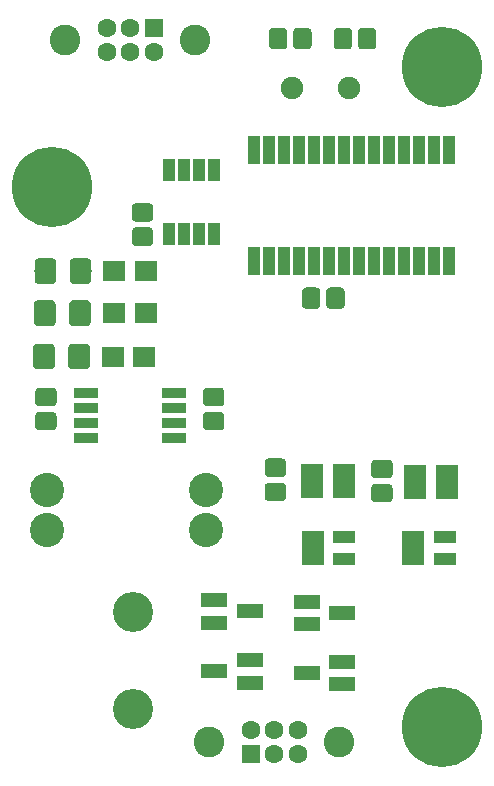
<source format=gts>
G04 #@! TF.GenerationSoftware,KiCad,Pcbnew,(5.0.0-3-g5ebb6b6)*
G04 #@! TF.CreationDate,2018-11-03T13:26:03-04:00*
G04 #@! TF.ProjectId,vent,76656E742E6B696361645F7063620000,rev?*
G04 #@! TF.SameCoordinates,Original*
G04 #@! TF.FileFunction,Soldermask,Top*
G04 #@! TF.FilePolarity,Negative*
%FSLAX46Y46*%
G04 Gerber Fmt 4.6, Leading zero omitted, Abs format (unit mm)*
G04 Created by KiCad (PCBNEW (5.0.0-3-g5ebb6b6)) date Saturday, November 03, 2018 at 01:26:03 PM*
%MOMM*%
%LPD*%
G01*
G04 APERTURE LIST*
%ADD10R,1.000000X2.400000*%
%ADD11C,0.100000*%
%ADD12C,1.550000*%
%ADD13C,1.900000*%
%ADD14R,2.150000X0.950000*%
%ADD15R,1.000000X1.950000*%
%ADD16C,1.825000*%
%ADD17R,1.960000X1.050000*%
%ADD18R,2.300000X1.200000*%
%ADD19R,1.900000X1.700000*%
%ADD20C,3.400000*%
%ADD21C,2.900000*%
%ADD22C,2.600000*%
%ADD23C,1.600000*%
%ADD24R,1.600000X1.600000*%
%ADD25C,6.800000*%
G04 APERTURE END LIST*
D10*
G04 #@! TO.C,U3*
X165735000Y-82424000D03*
X164465000Y-82424000D03*
X163195000Y-82424000D03*
X161925000Y-82424000D03*
X160655000Y-82424000D03*
X159385000Y-82424000D03*
X158115000Y-82424000D03*
X156845000Y-82424000D03*
X155575000Y-82424000D03*
X154305000Y-82424000D03*
X153035000Y-82424000D03*
X151765000Y-82424000D03*
X150495000Y-82424000D03*
X149225000Y-82424000D03*
X149225000Y-73024000D03*
X150495000Y-73024000D03*
X151765000Y-73024000D03*
X153035000Y-73024000D03*
X154305000Y-73024000D03*
X155575000Y-73024000D03*
X156845000Y-73024000D03*
X158115000Y-73024000D03*
X159385000Y-73024000D03*
X160655000Y-73024000D03*
X161925000Y-73024000D03*
X163195000Y-73024000D03*
X164465000Y-73024000D03*
X165735000Y-73024000D03*
G04 #@! TD*
D11*
G04 #@! TO.C,C2*
G36*
X156554071Y-84699623D02*
X156586781Y-84704475D01*
X156618857Y-84712509D01*
X156649991Y-84723649D01*
X156679884Y-84737787D01*
X156708247Y-84754787D01*
X156734807Y-84774485D01*
X156759308Y-84796692D01*
X156781515Y-84821193D01*
X156801213Y-84847753D01*
X156818213Y-84876116D01*
X156832351Y-84906009D01*
X156843491Y-84937143D01*
X156851525Y-84969219D01*
X156856377Y-85001929D01*
X156858000Y-85034956D01*
X156858000Y-86161044D01*
X156856377Y-86194071D01*
X156851525Y-86226781D01*
X156843491Y-86258857D01*
X156832351Y-86289991D01*
X156818213Y-86319884D01*
X156801213Y-86348247D01*
X156781515Y-86374807D01*
X156759308Y-86399308D01*
X156734807Y-86421515D01*
X156708247Y-86441213D01*
X156679884Y-86458213D01*
X156649991Y-86472351D01*
X156618857Y-86483491D01*
X156586781Y-86491525D01*
X156554071Y-86496377D01*
X156521044Y-86498000D01*
X155644956Y-86498000D01*
X155611929Y-86496377D01*
X155579219Y-86491525D01*
X155547143Y-86483491D01*
X155516009Y-86472351D01*
X155486116Y-86458213D01*
X155457753Y-86441213D01*
X155431193Y-86421515D01*
X155406692Y-86399308D01*
X155384485Y-86374807D01*
X155364787Y-86348247D01*
X155347787Y-86319884D01*
X155333649Y-86289991D01*
X155322509Y-86258857D01*
X155314475Y-86226781D01*
X155309623Y-86194071D01*
X155308000Y-86161044D01*
X155308000Y-85034956D01*
X155309623Y-85001929D01*
X155314475Y-84969219D01*
X155322509Y-84937143D01*
X155333649Y-84906009D01*
X155347787Y-84876116D01*
X155364787Y-84847753D01*
X155384485Y-84821193D01*
X155406692Y-84796692D01*
X155431193Y-84774485D01*
X155457753Y-84754787D01*
X155486116Y-84737787D01*
X155516009Y-84723649D01*
X155547143Y-84712509D01*
X155579219Y-84704475D01*
X155611929Y-84699623D01*
X155644956Y-84698000D01*
X156521044Y-84698000D01*
X156554071Y-84699623D01*
X156554071Y-84699623D01*
G37*
D12*
X156083000Y-85598000D03*
D11*
G36*
X154504071Y-84699623D02*
X154536781Y-84704475D01*
X154568857Y-84712509D01*
X154599991Y-84723649D01*
X154629884Y-84737787D01*
X154658247Y-84754787D01*
X154684807Y-84774485D01*
X154709308Y-84796692D01*
X154731515Y-84821193D01*
X154751213Y-84847753D01*
X154768213Y-84876116D01*
X154782351Y-84906009D01*
X154793491Y-84937143D01*
X154801525Y-84969219D01*
X154806377Y-85001929D01*
X154808000Y-85034956D01*
X154808000Y-86161044D01*
X154806377Y-86194071D01*
X154801525Y-86226781D01*
X154793491Y-86258857D01*
X154782351Y-86289991D01*
X154768213Y-86319884D01*
X154751213Y-86348247D01*
X154731515Y-86374807D01*
X154709308Y-86399308D01*
X154684807Y-86421515D01*
X154658247Y-86441213D01*
X154629884Y-86458213D01*
X154599991Y-86472351D01*
X154568857Y-86483491D01*
X154536781Y-86491525D01*
X154504071Y-86496377D01*
X154471044Y-86498000D01*
X153594956Y-86498000D01*
X153561929Y-86496377D01*
X153529219Y-86491525D01*
X153497143Y-86483491D01*
X153466009Y-86472351D01*
X153436116Y-86458213D01*
X153407753Y-86441213D01*
X153381193Y-86421515D01*
X153356692Y-86399308D01*
X153334485Y-86374807D01*
X153314787Y-86348247D01*
X153297787Y-86319884D01*
X153283649Y-86289991D01*
X153272509Y-86258857D01*
X153264475Y-86226781D01*
X153259623Y-86194071D01*
X153258000Y-86161044D01*
X153258000Y-85034956D01*
X153259623Y-85001929D01*
X153264475Y-84969219D01*
X153272509Y-84937143D01*
X153283649Y-84906009D01*
X153297787Y-84876116D01*
X153314787Y-84847753D01*
X153334485Y-84821193D01*
X153356692Y-84796692D01*
X153381193Y-84774485D01*
X153407753Y-84754787D01*
X153436116Y-84737787D01*
X153466009Y-84723649D01*
X153497143Y-84712509D01*
X153529219Y-84704475D01*
X153561929Y-84699623D01*
X153594956Y-84698000D01*
X154471044Y-84698000D01*
X154504071Y-84699623D01*
X154504071Y-84699623D01*
G37*
D12*
X154033000Y-85598000D03*
G04 #@! TD*
D11*
G04 #@! TO.C,C3*
G36*
X140346871Y-79617623D02*
X140379581Y-79622475D01*
X140411657Y-79630509D01*
X140442791Y-79641649D01*
X140472684Y-79655787D01*
X140501047Y-79672787D01*
X140527607Y-79692485D01*
X140552108Y-79714692D01*
X140574315Y-79739193D01*
X140594013Y-79765753D01*
X140611013Y-79794116D01*
X140625151Y-79824009D01*
X140636291Y-79855143D01*
X140644325Y-79887219D01*
X140649177Y-79919929D01*
X140650800Y-79952956D01*
X140650800Y-80829044D01*
X140649177Y-80862071D01*
X140644325Y-80894781D01*
X140636291Y-80926857D01*
X140625151Y-80957991D01*
X140611013Y-80987884D01*
X140594013Y-81016247D01*
X140574315Y-81042807D01*
X140552108Y-81067308D01*
X140527607Y-81089515D01*
X140501047Y-81109213D01*
X140472684Y-81126213D01*
X140442791Y-81140351D01*
X140411657Y-81151491D01*
X140379581Y-81159525D01*
X140346871Y-81164377D01*
X140313844Y-81166000D01*
X139187756Y-81166000D01*
X139154729Y-81164377D01*
X139122019Y-81159525D01*
X139089943Y-81151491D01*
X139058809Y-81140351D01*
X139028916Y-81126213D01*
X139000553Y-81109213D01*
X138973993Y-81089515D01*
X138949492Y-81067308D01*
X138927285Y-81042807D01*
X138907587Y-81016247D01*
X138890587Y-80987884D01*
X138876449Y-80957991D01*
X138865309Y-80926857D01*
X138857275Y-80894781D01*
X138852423Y-80862071D01*
X138850800Y-80829044D01*
X138850800Y-79952956D01*
X138852423Y-79919929D01*
X138857275Y-79887219D01*
X138865309Y-79855143D01*
X138876449Y-79824009D01*
X138890587Y-79794116D01*
X138907587Y-79765753D01*
X138927285Y-79739193D01*
X138949492Y-79714692D01*
X138973993Y-79692485D01*
X139000553Y-79672787D01*
X139028916Y-79655787D01*
X139058809Y-79641649D01*
X139089943Y-79630509D01*
X139122019Y-79622475D01*
X139154729Y-79617623D01*
X139187756Y-79616000D01*
X140313844Y-79616000D01*
X140346871Y-79617623D01*
X140346871Y-79617623D01*
G37*
D12*
X139750800Y-80391000D03*
D11*
G36*
X140346871Y-77567623D02*
X140379581Y-77572475D01*
X140411657Y-77580509D01*
X140442791Y-77591649D01*
X140472684Y-77605787D01*
X140501047Y-77622787D01*
X140527607Y-77642485D01*
X140552108Y-77664692D01*
X140574315Y-77689193D01*
X140594013Y-77715753D01*
X140611013Y-77744116D01*
X140625151Y-77774009D01*
X140636291Y-77805143D01*
X140644325Y-77837219D01*
X140649177Y-77869929D01*
X140650800Y-77902956D01*
X140650800Y-78779044D01*
X140649177Y-78812071D01*
X140644325Y-78844781D01*
X140636291Y-78876857D01*
X140625151Y-78907991D01*
X140611013Y-78937884D01*
X140594013Y-78966247D01*
X140574315Y-78992807D01*
X140552108Y-79017308D01*
X140527607Y-79039515D01*
X140501047Y-79059213D01*
X140472684Y-79076213D01*
X140442791Y-79090351D01*
X140411657Y-79101491D01*
X140379581Y-79109525D01*
X140346871Y-79114377D01*
X140313844Y-79116000D01*
X139187756Y-79116000D01*
X139154729Y-79114377D01*
X139122019Y-79109525D01*
X139089943Y-79101491D01*
X139058809Y-79090351D01*
X139028916Y-79076213D01*
X139000553Y-79059213D01*
X138973993Y-79039515D01*
X138949492Y-79017308D01*
X138927285Y-78992807D01*
X138907587Y-78966247D01*
X138890587Y-78937884D01*
X138876449Y-78907991D01*
X138865309Y-78876857D01*
X138857275Y-78844781D01*
X138852423Y-78812071D01*
X138850800Y-78779044D01*
X138850800Y-77902956D01*
X138852423Y-77869929D01*
X138857275Y-77837219D01*
X138865309Y-77805143D01*
X138876449Y-77774009D01*
X138890587Y-77744116D01*
X138907587Y-77715753D01*
X138927285Y-77689193D01*
X138949492Y-77664692D01*
X138973993Y-77642485D01*
X139000553Y-77622787D01*
X139028916Y-77605787D01*
X139058809Y-77591649D01*
X139089943Y-77580509D01*
X139122019Y-77572475D01*
X139154729Y-77567623D01*
X139187756Y-77566000D01*
X140313844Y-77566000D01*
X140346871Y-77567623D01*
X140346871Y-77567623D01*
G37*
D12*
X139750800Y-78341000D03*
G04 #@! TD*
D11*
G04 #@! TO.C,C4*
G36*
X157189071Y-62728623D02*
X157221781Y-62733475D01*
X157253857Y-62741509D01*
X157284991Y-62752649D01*
X157314884Y-62766787D01*
X157343247Y-62783787D01*
X157369807Y-62803485D01*
X157394308Y-62825692D01*
X157416515Y-62850193D01*
X157436213Y-62876753D01*
X157453213Y-62905116D01*
X157467351Y-62935009D01*
X157478491Y-62966143D01*
X157486525Y-62998219D01*
X157491377Y-63030929D01*
X157493000Y-63063956D01*
X157493000Y-64190044D01*
X157491377Y-64223071D01*
X157486525Y-64255781D01*
X157478491Y-64287857D01*
X157467351Y-64318991D01*
X157453213Y-64348884D01*
X157436213Y-64377247D01*
X157416515Y-64403807D01*
X157394308Y-64428308D01*
X157369807Y-64450515D01*
X157343247Y-64470213D01*
X157314884Y-64487213D01*
X157284991Y-64501351D01*
X157253857Y-64512491D01*
X157221781Y-64520525D01*
X157189071Y-64525377D01*
X157156044Y-64527000D01*
X156279956Y-64527000D01*
X156246929Y-64525377D01*
X156214219Y-64520525D01*
X156182143Y-64512491D01*
X156151009Y-64501351D01*
X156121116Y-64487213D01*
X156092753Y-64470213D01*
X156066193Y-64450515D01*
X156041692Y-64428308D01*
X156019485Y-64403807D01*
X155999787Y-64377247D01*
X155982787Y-64348884D01*
X155968649Y-64318991D01*
X155957509Y-64287857D01*
X155949475Y-64255781D01*
X155944623Y-64223071D01*
X155943000Y-64190044D01*
X155943000Y-63063956D01*
X155944623Y-63030929D01*
X155949475Y-62998219D01*
X155957509Y-62966143D01*
X155968649Y-62935009D01*
X155982787Y-62905116D01*
X155999787Y-62876753D01*
X156019485Y-62850193D01*
X156041692Y-62825692D01*
X156066193Y-62803485D01*
X156092753Y-62783787D01*
X156121116Y-62766787D01*
X156151009Y-62752649D01*
X156182143Y-62741509D01*
X156214219Y-62733475D01*
X156246929Y-62728623D01*
X156279956Y-62727000D01*
X157156044Y-62727000D01*
X157189071Y-62728623D01*
X157189071Y-62728623D01*
G37*
D12*
X156718000Y-63627000D03*
D11*
G36*
X159239071Y-62728623D02*
X159271781Y-62733475D01*
X159303857Y-62741509D01*
X159334991Y-62752649D01*
X159364884Y-62766787D01*
X159393247Y-62783787D01*
X159419807Y-62803485D01*
X159444308Y-62825692D01*
X159466515Y-62850193D01*
X159486213Y-62876753D01*
X159503213Y-62905116D01*
X159517351Y-62935009D01*
X159528491Y-62966143D01*
X159536525Y-62998219D01*
X159541377Y-63030929D01*
X159543000Y-63063956D01*
X159543000Y-64190044D01*
X159541377Y-64223071D01*
X159536525Y-64255781D01*
X159528491Y-64287857D01*
X159517351Y-64318991D01*
X159503213Y-64348884D01*
X159486213Y-64377247D01*
X159466515Y-64403807D01*
X159444308Y-64428308D01*
X159419807Y-64450515D01*
X159393247Y-64470213D01*
X159364884Y-64487213D01*
X159334991Y-64501351D01*
X159303857Y-64512491D01*
X159271781Y-64520525D01*
X159239071Y-64525377D01*
X159206044Y-64527000D01*
X158329956Y-64527000D01*
X158296929Y-64525377D01*
X158264219Y-64520525D01*
X158232143Y-64512491D01*
X158201009Y-64501351D01*
X158171116Y-64487213D01*
X158142753Y-64470213D01*
X158116193Y-64450515D01*
X158091692Y-64428308D01*
X158069485Y-64403807D01*
X158049787Y-64377247D01*
X158032787Y-64348884D01*
X158018649Y-64318991D01*
X158007509Y-64287857D01*
X157999475Y-64255781D01*
X157994623Y-64223071D01*
X157993000Y-64190044D01*
X157993000Y-63063956D01*
X157994623Y-63030929D01*
X157999475Y-62998219D01*
X158007509Y-62966143D01*
X158018649Y-62935009D01*
X158032787Y-62905116D01*
X158049787Y-62876753D01*
X158069485Y-62850193D01*
X158091692Y-62825692D01*
X158116193Y-62803485D01*
X158142753Y-62783787D01*
X158171116Y-62766787D01*
X158201009Y-62752649D01*
X158232143Y-62741509D01*
X158264219Y-62733475D01*
X158296929Y-62728623D01*
X158329956Y-62727000D01*
X159206044Y-62727000D01*
X159239071Y-62728623D01*
X159239071Y-62728623D01*
G37*
D12*
X158768000Y-63627000D03*
G04 #@! TD*
D11*
G04 #@! TO.C,C5*
G36*
X151710071Y-62728623D02*
X151742781Y-62733475D01*
X151774857Y-62741509D01*
X151805991Y-62752649D01*
X151835884Y-62766787D01*
X151864247Y-62783787D01*
X151890807Y-62803485D01*
X151915308Y-62825692D01*
X151937515Y-62850193D01*
X151957213Y-62876753D01*
X151974213Y-62905116D01*
X151988351Y-62935009D01*
X151999491Y-62966143D01*
X152007525Y-62998219D01*
X152012377Y-63030929D01*
X152014000Y-63063956D01*
X152014000Y-64190044D01*
X152012377Y-64223071D01*
X152007525Y-64255781D01*
X151999491Y-64287857D01*
X151988351Y-64318991D01*
X151974213Y-64348884D01*
X151957213Y-64377247D01*
X151937515Y-64403807D01*
X151915308Y-64428308D01*
X151890807Y-64450515D01*
X151864247Y-64470213D01*
X151835884Y-64487213D01*
X151805991Y-64501351D01*
X151774857Y-64512491D01*
X151742781Y-64520525D01*
X151710071Y-64525377D01*
X151677044Y-64527000D01*
X150800956Y-64527000D01*
X150767929Y-64525377D01*
X150735219Y-64520525D01*
X150703143Y-64512491D01*
X150672009Y-64501351D01*
X150642116Y-64487213D01*
X150613753Y-64470213D01*
X150587193Y-64450515D01*
X150562692Y-64428308D01*
X150540485Y-64403807D01*
X150520787Y-64377247D01*
X150503787Y-64348884D01*
X150489649Y-64318991D01*
X150478509Y-64287857D01*
X150470475Y-64255781D01*
X150465623Y-64223071D01*
X150464000Y-64190044D01*
X150464000Y-63063956D01*
X150465623Y-63030929D01*
X150470475Y-62998219D01*
X150478509Y-62966143D01*
X150489649Y-62935009D01*
X150503787Y-62905116D01*
X150520787Y-62876753D01*
X150540485Y-62850193D01*
X150562692Y-62825692D01*
X150587193Y-62803485D01*
X150613753Y-62783787D01*
X150642116Y-62766787D01*
X150672009Y-62752649D01*
X150703143Y-62741509D01*
X150735219Y-62733475D01*
X150767929Y-62728623D01*
X150800956Y-62727000D01*
X151677044Y-62727000D01*
X151710071Y-62728623D01*
X151710071Y-62728623D01*
G37*
D12*
X151239000Y-63627000D03*
D11*
G36*
X153760071Y-62728623D02*
X153792781Y-62733475D01*
X153824857Y-62741509D01*
X153855991Y-62752649D01*
X153885884Y-62766787D01*
X153914247Y-62783787D01*
X153940807Y-62803485D01*
X153965308Y-62825692D01*
X153987515Y-62850193D01*
X154007213Y-62876753D01*
X154024213Y-62905116D01*
X154038351Y-62935009D01*
X154049491Y-62966143D01*
X154057525Y-62998219D01*
X154062377Y-63030929D01*
X154064000Y-63063956D01*
X154064000Y-64190044D01*
X154062377Y-64223071D01*
X154057525Y-64255781D01*
X154049491Y-64287857D01*
X154038351Y-64318991D01*
X154024213Y-64348884D01*
X154007213Y-64377247D01*
X153987515Y-64403807D01*
X153965308Y-64428308D01*
X153940807Y-64450515D01*
X153914247Y-64470213D01*
X153885884Y-64487213D01*
X153855991Y-64501351D01*
X153824857Y-64512491D01*
X153792781Y-64520525D01*
X153760071Y-64525377D01*
X153727044Y-64527000D01*
X152850956Y-64527000D01*
X152817929Y-64525377D01*
X152785219Y-64520525D01*
X152753143Y-64512491D01*
X152722009Y-64501351D01*
X152692116Y-64487213D01*
X152663753Y-64470213D01*
X152637193Y-64450515D01*
X152612692Y-64428308D01*
X152590485Y-64403807D01*
X152570787Y-64377247D01*
X152553787Y-64348884D01*
X152539649Y-64318991D01*
X152528509Y-64287857D01*
X152520475Y-64255781D01*
X152515623Y-64223071D01*
X152514000Y-64190044D01*
X152514000Y-63063956D01*
X152515623Y-63030929D01*
X152520475Y-62998219D01*
X152528509Y-62966143D01*
X152539649Y-62935009D01*
X152553787Y-62905116D01*
X152570787Y-62876753D01*
X152590485Y-62850193D01*
X152612692Y-62825692D01*
X152637193Y-62803485D01*
X152663753Y-62783787D01*
X152692116Y-62766787D01*
X152722009Y-62752649D01*
X152753143Y-62741509D01*
X152785219Y-62733475D01*
X152817929Y-62728623D01*
X152850956Y-62727000D01*
X153727044Y-62727000D01*
X153760071Y-62728623D01*
X153760071Y-62728623D01*
G37*
D12*
X153289000Y-63627000D03*
G04 #@! TD*
D11*
G04 #@! TO.C,C6*
G36*
X151599071Y-101225623D02*
X151631781Y-101230475D01*
X151663857Y-101238509D01*
X151694991Y-101249649D01*
X151724884Y-101263787D01*
X151753247Y-101280787D01*
X151779807Y-101300485D01*
X151804308Y-101322692D01*
X151826515Y-101347193D01*
X151846213Y-101373753D01*
X151863213Y-101402116D01*
X151877351Y-101432009D01*
X151888491Y-101463143D01*
X151896525Y-101495219D01*
X151901377Y-101527929D01*
X151903000Y-101560956D01*
X151903000Y-102437044D01*
X151901377Y-102470071D01*
X151896525Y-102502781D01*
X151888491Y-102534857D01*
X151877351Y-102565991D01*
X151863213Y-102595884D01*
X151846213Y-102624247D01*
X151826515Y-102650807D01*
X151804308Y-102675308D01*
X151779807Y-102697515D01*
X151753247Y-102717213D01*
X151724884Y-102734213D01*
X151694991Y-102748351D01*
X151663857Y-102759491D01*
X151631781Y-102767525D01*
X151599071Y-102772377D01*
X151566044Y-102774000D01*
X150439956Y-102774000D01*
X150406929Y-102772377D01*
X150374219Y-102767525D01*
X150342143Y-102759491D01*
X150311009Y-102748351D01*
X150281116Y-102734213D01*
X150252753Y-102717213D01*
X150226193Y-102697515D01*
X150201692Y-102675308D01*
X150179485Y-102650807D01*
X150159787Y-102624247D01*
X150142787Y-102595884D01*
X150128649Y-102565991D01*
X150117509Y-102534857D01*
X150109475Y-102502781D01*
X150104623Y-102470071D01*
X150103000Y-102437044D01*
X150103000Y-101560956D01*
X150104623Y-101527929D01*
X150109475Y-101495219D01*
X150117509Y-101463143D01*
X150128649Y-101432009D01*
X150142787Y-101402116D01*
X150159787Y-101373753D01*
X150179485Y-101347193D01*
X150201692Y-101322692D01*
X150226193Y-101300485D01*
X150252753Y-101280787D01*
X150281116Y-101263787D01*
X150311009Y-101249649D01*
X150342143Y-101238509D01*
X150374219Y-101230475D01*
X150406929Y-101225623D01*
X150439956Y-101224000D01*
X151566044Y-101224000D01*
X151599071Y-101225623D01*
X151599071Y-101225623D01*
G37*
D12*
X151003000Y-101999000D03*
D11*
G36*
X151599071Y-99175623D02*
X151631781Y-99180475D01*
X151663857Y-99188509D01*
X151694991Y-99199649D01*
X151724884Y-99213787D01*
X151753247Y-99230787D01*
X151779807Y-99250485D01*
X151804308Y-99272692D01*
X151826515Y-99297193D01*
X151846213Y-99323753D01*
X151863213Y-99352116D01*
X151877351Y-99382009D01*
X151888491Y-99413143D01*
X151896525Y-99445219D01*
X151901377Y-99477929D01*
X151903000Y-99510956D01*
X151903000Y-100387044D01*
X151901377Y-100420071D01*
X151896525Y-100452781D01*
X151888491Y-100484857D01*
X151877351Y-100515991D01*
X151863213Y-100545884D01*
X151846213Y-100574247D01*
X151826515Y-100600807D01*
X151804308Y-100625308D01*
X151779807Y-100647515D01*
X151753247Y-100667213D01*
X151724884Y-100684213D01*
X151694991Y-100698351D01*
X151663857Y-100709491D01*
X151631781Y-100717525D01*
X151599071Y-100722377D01*
X151566044Y-100724000D01*
X150439956Y-100724000D01*
X150406929Y-100722377D01*
X150374219Y-100717525D01*
X150342143Y-100709491D01*
X150311009Y-100698351D01*
X150281116Y-100684213D01*
X150252753Y-100667213D01*
X150226193Y-100647515D01*
X150201692Y-100625308D01*
X150179485Y-100600807D01*
X150159787Y-100574247D01*
X150142787Y-100545884D01*
X150128649Y-100515991D01*
X150117509Y-100484857D01*
X150109475Y-100452781D01*
X150104623Y-100420071D01*
X150103000Y-100387044D01*
X150103000Y-99510956D01*
X150104623Y-99477929D01*
X150109475Y-99445219D01*
X150117509Y-99413143D01*
X150128649Y-99382009D01*
X150142787Y-99352116D01*
X150159787Y-99323753D01*
X150179485Y-99297193D01*
X150201692Y-99272692D01*
X150226193Y-99250485D01*
X150252753Y-99230787D01*
X150281116Y-99213787D01*
X150311009Y-99199649D01*
X150342143Y-99188509D01*
X150374219Y-99180475D01*
X150406929Y-99175623D01*
X150439956Y-99174000D01*
X151566044Y-99174000D01*
X151599071Y-99175623D01*
X151599071Y-99175623D01*
G37*
D12*
X151003000Y-99949000D03*
G04 #@! TD*
D11*
G04 #@! TO.C,C7*
G36*
X160616071Y-99284623D02*
X160648781Y-99289475D01*
X160680857Y-99297509D01*
X160711991Y-99308649D01*
X160741884Y-99322787D01*
X160770247Y-99339787D01*
X160796807Y-99359485D01*
X160821308Y-99381692D01*
X160843515Y-99406193D01*
X160863213Y-99432753D01*
X160880213Y-99461116D01*
X160894351Y-99491009D01*
X160905491Y-99522143D01*
X160913525Y-99554219D01*
X160918377Y-99586929D01*
X160920000Y-99619956D01*
X160920000Y-100496044D01*
X160918377Y-100529071D01*
X160913525Y-100561781D01*
X160905491Y-100593857D01*
X160894351Y-100624991D01*
X160880213Y-100654884D01*
X160863213Y-100683247D01*
X160843515Y-100709807D01*
X160821308Y-100734308D01*
X160796807Y-100756515D01*
X160770247Y-100776213D01*
X160741884Y-100793213D01*
X160711991Y-100807351D01*
X160680857Y-100818491D01*
X160648781Y-100826525D01*
X160616071Y-100831377D01*
X160583044Y-100833000D01*
X159456956Y-100833000D01*
X159423929Y-100831377D01*
X159391219Y-100826525D01*
X159359143Y-100818491D01*
X159328009Y-100807351D01*
X159298116Y-100793213D01*
X159269753Y-100776213D01*
X159243193Y-100756515D01*
X159218692Y-100734308D01*
X159196485Y-100709807D01*
X159176787Y-100683247D01*
X159159787Y-100654884D01*
X159145649Y-100624991D01*
X159134509Y-100593857D01*
X159126475Y-100561781D01*
X159121623Y-100529071D01*
X159120000Y-100496044D01*
X159120000Y-99619956D01*
X159121623Y-99586929D01*
X159126475Y-99554219D01*
X159134509Y-99522143D01*
X159145649Y-99491009D01*
X159159787Y-99461116D01*
X159176787Y-99432753D01*
X159196485Y-99406193D01*
X159218692Y-99381692D01*
X159243193Y-99359485D01*
X159269753Y-99339787D01*
X159298116Y-99322787D01*
X159328009Y-99308649D01*
X159359143Y-99297509D01*
X159391219Y-99289475D01*
X159423929Y-99284623D01*
X159456956Y-99283000D01*
X160583044Y-99283000D01*
X160616071Y-99284623D01*
X160616071Y-99284623D01*
G37*
D12*
X160020000Y-100058000D03*
D11*
G36*
X160616071Y-101334623D02*
X160648781Y-101339475D01*
X160680857Y-101347509D01*
X160711991Y-101358649D01*
X160741884Y-101372787D01*
X160770247Y-101389787D01*
X160796807Y-101409485D01*
X160821308Y-101431692D01*
X160843515Y-101456193D01*
X160863213Y-101482753D01*
X160880213Y-101511116D01*
X160894351Y-101541009D01*
X160905491Y-101572143D01*
X160913525Y-101604219D01*
X160918377Y-101636929D01*
X160920000Y-101669956D01*
X160920000Y-102546044D01*
X160918377Y-102579071D01*
X160913525Y-102611781D01*
X160905491Y-102643857D01*
X160894351Y-102674991D01*
X160880213Y-102704884D01*
X160863213Y-102733247D01*
X160843515Y-102759807D01*
X160821308Y-102784308D01*
X160796807Y-102806515D01*
X160770247Y-102826213D01*
X160741884Y-102843213D01*
X160711991Y-102857351D01*
X160680857Y-102868491D01*
X160648781Y-102876525D01*
X160616071Y-102881377D01*
X160583044Y-102883000D01*
X159456956Y-102883000D01*
X159423929Y-102881377D01*
X159391219Y-102876525D01*
X159359143Y-102868491D01*
X159328009Y-102857351D01*
X159298116Y-102843213D01*
X159269753Y-102826213D01*
X159243193Y-102806515D01*
X159218692Y-102784308D01*
X159196485Y-102759807D01*
X159176787Y-102733247D01*
X159159787Y-102704884D01*
X159145649Y-102674991D01*
X159134509Y-102643857D01*
X159126475Y-102611781D01*
X159121623Y-102579071D01*
X159120000Y-102546044D01*
X159120000Y-101669956D01*
X159121623Y-101636929D01*
X159126475Y-101604219D01*
X159134509Y-101572143D01*
X159145649Y-101541009D01*
X159159787Y-101511116D01*
X159176787Y-101482753D01*
X159196485Y-101456193D01*
X159218692Y-101431692D01*
X159243193Y-101409485D01*
X159269753Y-101389787D01*
X159298116Y-101372787D01*
X159328009Y-101358649D01*
X159359143Y-101347509D01*
X159391219Y-101339475D01*
X159423929Y-101334623D01*
X159456956Y-101333000D01*
X160583044Y-101333000D01*
X160616071Y-101334623D01*
X160616071Y-101334623D01*
G37*
D12*
X160020000Y-102108000D03*
G04 #@! TD*
D11*
G04 #@! TO.C,C8*
G36*
X132168071Y-93188623D02*
X132200781Y-93193475D01*
X132232857Y-93201509D01*
X132263991Y-93212649D01*
X132293884Y-93226787D01*
X132322247Y-93243787D01*
X132348807Y-93263485D01*
X132373308Y-93285692D01*
X132395515Y-93310193D01*
X132415213Y-93336753D01*
X132432213Y-93365116D01*
X132446351Y-93395009D01*
X132457491Y-93426143D01*
X132465525Y-93458219D01*
X132470377Y-93490929D01*
X132472000Y-93523956D01*
X132472000Y-94400044D01*
X132470377Y-94433071D01*
X132465525Y-94465781D01*
X132457491Y-94497857D01*
X132446351Y-94528991D01*
X132432213Y-94558884D01*
X132415213Y-94587247D01*
X132395515Y-94613807D01*
X132373308Y-94638308D01*
X132348807Y-94660515D01*
X132322247Y-94680213D01*
X132293884Y-94697213D01*
X132263991Y-94711351D01*
X132232857Y-94722491D01*
X132200781Y-94730525D01*
X132168071Y-94735377D01*
X132135044Y-94737000D01*
X131008956Y-94737000D01*
X130975929Y-94735377D01*
X130943219Y-94730525D01*
X130911143Y-94722491D01*
X130880009Y-94711351D01*
X130850116Y-94697213D01*
X130821753Y-94680213D01*
X130795193Y-94660515D01*
X130770692Y-94638308D01*
X130748485Y-94613807D01*
X130728787Y-94587247D01*
X130711787Y-94558884D01*
X130697649Y-94528991D01*
X130686509Y-94497857D01*
X130678475Y-94465781D01*
X130673623Y-94433071D01*
X130672000Y-94400044D01*
X130672000Y-93523956D01*
X130673623Y-93490929D01*
X130678475Y-93458219D01*
X130686509Y-93426143D01*
X130697649Y-93395009D01*
X130711787Y-93365116D01*
X130728787Y-93336753D01*
X130748485Y-93310193D01*
X130770692Y-93285692D01*
X130795193Y-93263485D01*
X130821753Y-93243787D01*
X130850116Y-93226787D01*
X130880009Y-93212649D01*
X130911143Y-93201509D01*
X130943219Y-93193475D01*
X130975929Y-93188623D01*
X131008956Y-93187000D01*
X132135044Y-93187000D01*
X132168071Y-93188623D01*
X132168071Y-93188623D01*
G37*
D12*
X131572000Y-93962000D03*
D11*
G36*
X132168071Y-95238623D02*
X132200781Y-95243475D01*
X132232857Y-95251509D01*
X132263991Y-95262649D01*
X132293884Y-95276787D01*
X132322247Y-95293787D01*
X132348807Y-95313485D01*
X132373308Y-95335692D01*
X132395515Y-95360193D01*
X132415213Y-95386753D01*
X132432213Y-95415116D01*
X132446351Y-95445009D01*
X132457491Y-95476143D01*
X132465525Y-95508219D01*
X132470377Y-95540929D01*
X132472000Y-95573956D01*
X132472000Y-96450044D01*
X132470377Y-96483071D01*
X132465525Y-96515781D01*
X132457491Y-96547857D01*
X132446351Y-96578991D01*
X132432213Y-96608884D01*
X132415213Y-96637247D01*
X132395515Y-96663807D01*
X132373308Y-96688308D01*
X132348807Y-96710515D01*
X132322247Y-96730213D01*
X132293884Y-96747213D01*
X132263991Y-96761351D01*
X132232857Y-96772491D01*
X132200781Y-96780525D01*
X132168071Y-96785377D01*
X132135044Y-96787000D01*
X131008956Y-96787000D01*
X130975929Y-96785377D01*
X130943219Y-96780525D01*
X130911143Y-96772491D01*
X130880009Y-96761351D01*
X130850116Y-96747213D01*
X130821753Y-96730213D01*
X130795193Y-96710515D01*
X130770692Y-96688308D01*
X130748485Y-96663807D01*
X130728787Y-96637247D01*
X130711787Y-96608884D01*
X130697649Y-96578991D01*
X130686509Y-96547857D01*
X130678475Y-96515781D01*
X130673623Y-96483071D01*
X130672000Y-96450044D01*
X130672000Y-95573956D01*
X130673623Y-95540929D01*
X130678475Y-95508219D01*
X130686509Y-95476143D01*
X130697649Y-95445009D01*
X130711787Y-95415116D01*
X130728787Y-95386753D01*
X130748485Y-95360193D01*
X130770692Y-95335692D01*
X130795193Y-95313485D01*
X130821753Y-95293787D01*
X130850116Y-95276787D01*
X130880009Y-95262649D01*
X130911143Y-95251509D01*
X130943219Y-95243475D01*
X130975929Y-95238623D01*
X131008956Y-95237000D01*
X132135044Y-95237000D01*
X132168071Y-95238623D01*
X132168071Y-95238623D01*
G37*
D12*
X131572000Y-96012000D03*
G04 #@! TD*
D11*
G04 #@! TO.C,C9*
G36*
X146374071Y-95238623D02*
X146406781Y-95243475D01*
X146438857Y-95251509D01*
X146469991Y-95262649D01*
X146499884Y-95276787D01*
X146528247Y-95293787D01*
X146554807Y-95313485D01*
X146579308Y-95335692D01*
X146601515Y-95360193D01*
X146621213Y-95386753D01*
X146638213Y-95415116D01*
X146652351Y-95445009D01*
X146663491Y-95476143D01*
X146671525Y-95508219D01*
X146676377Y-95540929D01*
X146678000Y-95573956D01*
X146678000Y-96450044D01*
X146676377Y-96483071D01*
X146671525Y-96515781D01*
X146663491Y-96547857D01*
X146652351Y-96578991D01*
X146638213Y-96608884D01*
X146621213Y-96637247D01*
X146601515Y-96663807D01*
X146579308Y-96688308D01*
X146554807Y-96710515D01*
X146528247Y-96730213D01*
X146499884Y-96747213D01*
X146469991Y-96761351D01*
X146438857Y-96772491D01*
X146406781Y-96780525D01*
X146374071Y-96785377D01*
X146341044Y-96787000D01*
X145214956Y-96787000D01*
X145181929Y-96785377D01*
X145149219Y-96780525D01*
X145117143Y-96772491D01*
X145086009Y-96761351D01*
X145056116Y-96747213D01*
X145027753Y-96730213D01*
X145001193Y-96710515D01*
X144976692Y-96688308D01*
X144954485Y-96663807D01*
X144934787Y-96637247D01*
X144917787Y-96608884D01*
X144903649Y-96578991D01*
X144892509Y-96547857D01*
X144884475Y-96515781D01*
X144879623Y-96483071D01*
X144878000Y-96450044D01*
X144878000Y-95573956D01*
X144879623Y-95540929D01*
X144884475Y-95508219D01*
X144892509Y-95476143D01*
X144903649Y-95445009D01*
X144917787Y-95415116D01*
X144934787Y-95386753D01*
X144954485Y-95360193D01*
X144976692Y-95335692D01*
X145001193Y-95313485D01*
X145027753Y-95293787D01*
X145056116Y-95276787D01*
X145086009Y-95262649D01*
X145117143Y-95251509D01*
X145149219Y-95243475D01*
X145181929Y-95238623D01*
X145214956Y-95237000D01*
X146341044Y-95237000D01*
X146374071Y-95238623D01*
X146374071Y-95238623D01*
G37*
D12*
X145778000Y-96012000D03*
D11*
G36*
X146374071Y-93188623D02*
X146406781Y-93193475D01*
X146438857Y-93201509D01*
X146469991Y-93212649D01*
X146499884Y-93226787D01*
X146528247Y-93243787D01*
X146554807Y-93263485D01*
X146579308Y-93285692D01*
X146601515Y-93310193D01*
X146621213Y-93336753D01*
X146638213Y-93365116D01*
X146652351Y-93395009D01*
X146663491Y-93426143D01*
X146671525Y-93458219D01*
X146676377Y-93490929D01*
X146678000Y-93523956D01*
X146678000Y-94400044D01*
X146676377Y-94433071D01*
X146671525Y-94465781D01*
X146663491Y-94497857D01*
X146652351Y-94528991D01*
X146638213Y-94558884D01*
X146621213Y-94587247D01*
X146601515Y-94613807D01*
X146579308Y-94638308D01*
X146554807Y-94660515D01*
X146528247Y-94680213D01*
X146499884Y-94697213D01*
X146469991Y-94711351D01*
X146438857Y-94722491D01*
X146406781Y-94730525D01*
X146374071Y-94735377D01*
X146341044Y-94737000D01*
X145214956Y-94737000D01*
X145181929Y-94735377D01*
X145149219Y-94730525D01*
X145117143Y-94722491D01*
X145086009Y-94711351D01*
X145056116Y-94697213D01*
X145027753Y-94680213D01*
X145001193Y-94660515D01*
X144976692Y-94638308D01*
X144954485Y-94613807D01*
X144934787Y-94587247D01*
X144917787Y-94558884D01*
X144903649Y-94528991D01*
X144892509Y-94497857D01*
X144884475Y-94465781D01*
X144879623Y-94433071D01*
X144878000Y-94400044D01*
X144878000Y-93523956D01*
X144879623Y-93490929D01*
X144884475Y-93458219D01*
X144892509Y-93426143D01*
X144903649Y-93395009D01*
X144917787Y-93365116D01*
X144934787Y-93336753D01*
X144954485Y-93310193D01*
X144976692Y-93285692D01*
X145001193Y-93263485D01*
X145027753Y-93243787D01*
X145056116Y-93226787D01*
X145086009Y-93212649D01*
X145117143Y-93201509D01*
X145149219Y-93193475D01*
X145181929Y-93188623D01*
X145214956Y-93187000D01*
X146341044Y-93187000D01*
X146374071Y-93188623D01*
X146374071Y-93188623D01*
G37*
D12*
X145778000Y-93962000D03*
G04 #@! TD*
D13*
G04 #@! TO.C,Y1*
X157251400Y-67818000D03*
X152371400Y-67818000D03*
G04 #@! TD*
D14*
G04 #@! TO.C,U9*
X134984000Y-97409000D03*
X134984000Y-96139000D03*
X134984000Y-94869000D03*
X134984000Y-93599000D03*
X142384000Y-93599000D03*
X142384000Y-94869000D03*
X142384000Y-96139000D03*
X142384000Y-97409000D03*
G04 #@! TD*
D15*
G04 #@! TO.C,U2*
X145796000Y-80170000D03*
X144526000Y-80170000D03*
X143256000Y-80170000D03*
X141986000Y-80170000D03*
X141986000Y-74770000D03*
X143256000Y-74770000D03*
X144526000Y-74770000D03*
X145796000Y-74770000D03*
G04 #@! TD*
D11*
G04 #@! TO.C,D1*
G36*
X135000399Y-89475771D02*
X135031479Y-89480381D01*
X135061958Y-89488016D01*
X135091542Y-89498601D01*
X135119946Y-89512035D01*
X135146896Y-89528188D01*
X135172134Y-89546906D01*
X135195415Y-89568006D01*
X135216515Y-89591287D01*
X135235233Y-89616525D01*
X135251386Y-89643475D01*
X135264820Y-89671879D01*
X135275405Y-89701463D01*
X135283040Y-89731942D01*
X135287650Y-89763022D01*
X135289192Y-89794405D01*
X135289192Y-91304053D01*
X135287650Y-91335436D01*
X135283040Y-91366516D01*
X135275405Y-91396995D01*
X135264820Y-91426579D01*
X135251386Y-91454983D01*
X135235233Y-91481933D01*
X135216515Y-91507171D01*
X135195415Y-91530452D01*
X135172134Y-91551552D01*
X135146896Y-91570270D01*
X135119946Y-91586423D01*
X135091542Y-91599857D01*
X135061958Y-91610442D01*
X135031479Y-91618077D01*
X135000399Y-91622687D01*
X134969016Y-91624229D01*
X133784368Y-91624229D01*
X133752985Y-91622687D01*
X133721905Y-91618077D01*
X133691426Y-91610442D01*
X133661842Y-91599857D01*
X133633438Y-91586423D01*
X133606488Y-91570270D01*
X133581250Y-91551552D01*
X133557969Y-91530452D01*
X133536869Y-91507171D01*
X133518151Y-91481933D01*
X133501998Y-91454983D01*
X133488564Y-91426579D01*
X133477979Y-91396995D01*
X133470344Y-91366516D01*
X133465734Y-91335436D01*
X133464192Y-91304053D01*
X133464192Y-89794405D01*
X133465734Y-89763022D01*
X133470344Y-89731942D01*
X133477979Y-89701463D01*
X133488564Y-89671879D01*
X133501998Y-89643475D01*
X133518151Y-89616525D01*
X133536869Y-89591287D01*
X133557969Y-89568006D01*
X133581250Y-89546906D01*
X133606488Y-89528188D01*
X133633438Y-89512035D01*
X133661842Y-89498601D01*
X133691426Y-89488016D01*
X133721905Y-89480381D01*
X133752985Y-89475771D01*
X133784368Y-89474229D01*
X134969016Y-89474229D01*
X135000399Y-89475771D01*
X135000399Y-89475771D01*
G37*
D16*
X134376692Y-90549229D03*
D11*
G36*
X132025399Y-89475771D02*
X132056479Y-89480381D01*
X132086958Y-89488016D01*
X132116542Y-89498601D01*
X132144946Y-89512035D01*
X132171896Y-89528188D01*
X132197134Y-89546906D01*
X132220415Y-89568006D01*
X132241515Y-89591287D01*
X132260233Y-89616525D01*
X132276386Y-89643475D01*
X132289820Y-89671879D01*
X132300405Y-89701463D01*
X132308040Y-89731942D01*
X132312650Y-89763022D01*
X132314192Y-89794405D01*
X132314192Y-91304053D01*
X132312650Y-91335436D01*
X132308040Y-91366516D01*
X132300405Y-91396995D01*
X132289820Y-91426579D01*
X132276386Y-91454983D01*
X132260233Y-91481933D01*
X132241515Y-91507171D01*
X132220415Y-91530452D01*
X132197134Y-91551552D01*
X132171896Y-91570270D01*
X132144946Y-91586423D01*
X132116542Y-91599857D01*
X132086958Y-91610442D01*
X132056479Y-91618077D01*
X132025399Y-91622687D01*
X131994016Y-91624229D01*
X130809368Y-91624229D01*
X130777985Y-91622687D01*
X130746905Y-91618077D01*
X130716426Y-91610442D01*
X130686842Y-91599857D01*
X130658438Y-91586423D01*
X130631488Y-91570270D01*
X130606250Y-91551552D01*
X130582969Y-91530452D01*
X130561869Y-91507171D01*
X130543151Y-91481933D01*
X130526998Y-91454983D01*
X130513564Y-91426579D01*
X130502979Y-91396995D01*
X130495344Y-91366516D01*
X130490734Y-91335436D01*
X130489192Y-91304053D01*
X130489192Y-89794405D01*
X130490734Y-89763022D01*
X130495344Y-89731942D01*
X130502979Y-89701463D01*
X130513564Y-89671879D01*
X130526998Y-89643475D01*
X130543151Y-89616525D01*
X130561869Y-89591287D01*
X130582969Y-89568006D01*
X130606250Y-89546906D01*
X130631488Y-89528188D01*
X130658438Y-89512035D01*
X130686842Y-89498601D01*
X130716426Y-89488016D01*
X130746905Y-89480381D01*
X130777985Y-89475771D01*
X130809368Y-89474229D01*
X131994016Y-89474229D01*
X132025399Y-89475771D01*
X132025399Y-89475771D01*
G37*
D16*
X131401692Y-90549229D03*
G04 #@! TD*
D11*
G04 #@! TO.C,D2*
G36*
X132098399Y-85792771D02*
X132129479Y-85797381D01*
X132159958Y-85805016D01*
X132189542Y-85815601D01*
X132217946Y-85829035D01*
X132244896Y-85845188D01*
X132270134Y-85863906D01*
X132293415Y-85885006D01*
X132314515Y-85908287D01*
X132333233Y-85933525D01*
X132349386Y-85960475D01*
X132362820Y-85988879D01*
X132373405Y-86018463D01*
X132381040Y-86048942D01*
X132385650Y-86080022D01*
X132387192Y-86111405D01*
X132387192Y-87621053D01*
X132385650Y-87652436D01*
X132381040Y-87683516D01*
X132373405Y-87713995D01*
X132362820Y-87743579D01*
X132349386Y-87771983D01*
X132333233Y-87798933D01*
X132314515Y-87824171D01*
X132293415Y-87847452D01*
X132270134Y-87868552D01*
X132244896Y-87887270D01*
X132217946Y-87903423D01*
X132189542Y-87916857D01*
X132159958Y-87927442D01*
X132129479Y-87935077D01*
X132098399Y-87939687D01*
X132067016Y-87941229D01*
X130882368Y-87941229D01*
X130850985Y-87939687D01*
X130819905Y-87935077D01*
X130789426Y-87927442D01*
X130759842Y-87916857D01*
X130731438Y-87903423D01*
X130704488Y-87887270D01*
X130679250Y-87868552D01*
X130655969Y-87847452D01*
X130634869Y-87824171D01*
X130616151Y-87798933D01*
X130599998Y-87771983D01*
X130586564Y-87743579D01*
X130575979Y-87713995D01*
X130568344Y-87683516D01*
X130563734Y-87652436D01*
X130562192Y-87621053D01*
X130562192Y-86111405D01*
X130563734Y-86080022D01*
X130568344Y-86048942D01*
X130575979Y-86018463D01*
X130586564Y-85988879D01*
X130599998Y-85960475D01*
X130616151Y-85933525D01*
X130634869Y-85908287D01*
X130655969Y-85885006D01*
X130679250Y-85863906D01*
X130704488Y-85845188D01*
X130731438Y-85829035D01*
X130759842Y-85815601D01*
X130789426Y-85805016D01*
X130819905Y-85797381D01*
X130850985Y-85792771D01*
X130882368Y-85791229D01*
X132067016Y-85791229D01*
X132098399Y-85792771D01*
X132098399Y-85792771D01*
G37*
D16*
X131474692Y-86866229D03*
D11*
G36*
X135073399Y-85792771D02*
X135104479Y-85797381D01*
X135134958Y-85805016D01*
X135164542Y-85815601D01*
X135192946Y-85829035D01*
X135219896Y-85845188D01*
X135245134Y-85863906D01*
X135268415Y-85885006D01*
X135289515Y-85908287D01*
X135308233Y-85933525D01*
X135324386Y-85960475D01*
X135337820Y-85988879D01*
X135348405Y-86018463D01*
X135356040Y-86048942D01*
X135360650Y-86080022D01*
X135362192Y-86111405D01*
X135362192Y-87621053D01*
X135360650Y-87652436D01*
X135356040Y-87683516D01*
X135348405Y-87713995D01*
X135337820Y-87743579D01*
X135324386Y-87771983D01*
X135308233Y-87798933D01*
X135289515Y-87824171D01*
X135268415Y-87847452D01*
X135245134Y-87868552D01*
X135219896Y-87887270D01*
X135192946Y-87903423D01*
X135164542Y-87916857D01*
X135134958Y-87927442D01*
X135104479Y-87935077D01*
X135073399Y-87939687D01*
X135042016Y-87941229D01*
X133857368Y-87941229D01*
X133825985Y-87939687D01*
X133794905Y-87935077D01*
X133764426Y-87927442D01*
X133734842Y-87916857D01*
X133706438Y-87903423D01*
X133679488Y-87887270D01*
X133654250Y-87868552D01*
X133630969Y-87847452D01*
X133609869Y-87824171D01*
X133591151Y-87798933D01*
X133574998Y-87771983D01*
X133561564Y-87743579D01*
X133550979Y-87713995D01*
X133543344Y-87683516D01*
X133538734Y-87652436D01*
X133537192Y-87621053D01*
X133537192Y-86111405D01*
X133538734Y-86080022D01*
X133543344Y-86048942D01*
X133550979Y-86018463D01*
X133561564Y-85988879D01*
X133574998Y-85960475D01*
X133591151Y-85933525D01*
X133609869Y-85908287D01*
X133630969Y-85885006D01*
X133654250Y-85863906D01*
X133679488Y-85845188D01*
X133706438Y-85829035D01*
X133734842Y-85815601D01*
X133764426Y-85805016D01*
X133794905Y-85797381D01*
X133825985Y-85792771D01*
X133857368Y-85791229D01*
X135042016Y-85791229D01*
X135073399Y-85792771D01*
X135073399Y-85792771D01*
G37*
D16*
X134449692Y-86866229D03*
G04 #@! TD*
D11*
G04 #@! TO.C,D3*
G36*
X135127399Y-82236771D02*
X135158479Y-82241381D01*
X135188958Y-82249016D01*
X135218542Y-82259601D01*
X135246946Y-82273035D01*
X135273896Y-82289188D01*
X135299134Y-82307906D01*
X135322415Y-82329006D01*
X135343515Y-82352287D01*
X135362233Y-82377525D01*
X135378386Y-82404475D01*
X135391820Y-82432879D01*
X135402405Y-82462463D01*
X135410040Y-82492942D01*
X135414650Y-82524022D01*
X135416192Y-82555405D01*
X135416192Y-84065053D01*
X135414650Y-84096436D01*
X135410040Y-84127516D01*
X135402405Y-84157995D01*
X135391820Y-84187579D01*
X135378386Y-84215983D01*
X135362233Y-84242933D01*
X135343515Y-84268171D01*
X135322415Y-84291452D01*
X135299134Y-84312552D01*
X135273896Y-84331270D01*
X135246946Y-84347423D01*
X135218542Y-84360857D01*
X135188958Y-84371442D01*
X135158479Y-84379077D01*
X135127399Y-84383687D01*
X135096016Y-84385229D01*
X133911368Y-84385229D01*
X133879985Y-84383687D01*
X133848905Y-84379077D01*
X133818426Y-84371442D01*
X133788842Y-84360857D01*
X133760438Y-84347423D01*
X133733488Y-84331270D01*
X133708250Y-84312552D01*
X133684969Y-84291452D01*
X133663869Y-84268171D01*
X133645151Y-84242933D01*
X133628998Y-84215983D01*
X133615564Y-84187579D01*
X133604979Y-84157995D01*
X133597344Y-84127516D01*
X133592734Y-84096436D01*
X133591192Y-84065053D01*
X133591192Y-82555405D01*
X133592734Y-82524022D01*
X133597344Y-82492942D01*
X133604979Y-82462463D01*
X133615564Y-82432879D01*
X133628998Y-82404475D01*
X133645151Y-82377525D01*
X133663869Y-82352287D01*
X133684969Y-82329006D01*
X133708250Y-82307906D01*
X133733488Y-82289188D01*
X133760438Y-82273035D01*
X133788842Y-82259601D01*
X133818426Y-82249016D01*
X133848905Y-82241381D01*
X133879985Y-82236771D01*
X133911368Y-82235229D01*
X135096016Y-82235229D01*
X135127399Y-82236771D01*
X135127399Y-82236771D01*
G37*
D16*
X134503692Y-83310229D03*
D11*
G36*
X132152399Y-82236771D02*
X132183479Y-82241381D01*
X132213958Y-82249016D01*
X132243542Y-82259601D01*
X132271946Y-82273035D01*
X132298896Y-82289188D01*
X132324134Y-82307906D01*
X132347415Y-82329006D01*
X132368515Y-82352287D01*
X132387233Y-82377525D01*
X132403386Y-82404475D01*
X132416820Y-82432879D01*
X132427405Y-82462463D01*
X132435040Y-82492942D01*
X132439650Y-82524022D01*
X132441192Y-82555405D01*
X132441192Y-84065053D01*
X132439650Y-84096436D01*
X132435040Y-84127516D01*
X132427405Y-84157995D01*
X132416820Y-84187579D01*
X132403386Y-84215983D01*
X132387233Y-84242933D01*
X132368515Y-84268171D01*
X132347415Y-84291452D01*
X132324134Y-84312552D01*
X132298896Y-84331270D01*
X132271946Y-84347423D01*
X132243542Y-84360857D01*
X132213958Y-84371442D01*
X132183479Y-84379077D01*
X132152399Y-84383687D01*
X132121016Y-84385229D01*
X130936368Y-84385229D01*
X130904985Y-84383687D01*
X130873905Y-84379077D01*
X130843426Y-84371442D01*
X130813842Y-84360857D01*
X130785438Y-84347423D01*
X130758488Y-84331270D01*
X130733250Y-84312552D01*
X130709969Y-84291452D01*
X130688869Y-84268171D01*
X130670151Y-84242933D01*
X130653998Y-84215983D01*
X130640564Y-84187579D01*
X130629979Y-84157995D01*
X130622344Y-84127516D01*
X130617734Y-84096436D01*
X130616192Y-84065053D01*
X130616192Y-82555405D01*
X130617734Y-82524022D01*
X130622344Y-82492942D01*
X130629979Y-82462463D01*
X130640564Y-82432879D01*
X130653998Y-82404475D01*
X130670151Y-82377525D01*
X130688869Y-82352287D01*
X130709969Y-82329006D01*
X130733250Y-82307906D01*
X130758488Y-82289188D01*
X130785438Y-82273035D01*
X130813842Y-82259601D01*
X130843426Y-82249016D01*
X130873905Y-82241381D01*
X130904985Y-82236771D01*
X130936368Y-82235229D01*
X132121016Y-82235229D01*
X132152399Y-82236771D01*
X132152399Y-82236771D01*
G37*
D16*
X131528692Y-83310229D03*
G04 #@! TD*
D17*
G04 #@! TO.C,U5*
X156845000Y-105796000D03*
X156845000Y-107696000D03*
X154145000Y-107696000D03*
X154145000Y-106746000D03*
X154145000Y-105796000D03*
G04 #@! TD*
G04 #@! TO.C,U7*
X162654000Y-105796000D03*
X162654000Y-106746000D03*
X162654000Y-107696000D03*
X165354000Y-107696000D03*
X165354000Y-105796000D03*
G04 #@! TD*
D18*
G04 #@! TO.C,Q3*
X156658113Y-112247906D03*
X153658113Y-113197906D03*
X153658113Y-111297906D03*
G04 #@! TD*
G04 #@! TO.C,Q4*
X145834838Y-111162793D03*
X145834838Y-113062793D03*
X148834838Y-112112793D03*
G04 #@! TD*
G04 #@! TO.C,Q5*
X153658113Y-117327906D03*
X156658113Y-116377906D03*
X156658113Y-118277906D03*
G04 #@! TD*
G04 #@! TO.C,Q6*
X148834838Y-118142793D03*
X148834838Y-116242793D03*
X145834838Y-117192793D03*
G04 #@! TD*
D19*
G04 #@! TO.C,R5*
X139910692Y-90549229D03*
X137210692Y-90549229D03*
G04 #@! TD*
G04 #@! TO.C,R6*
X137370692Y-86866229D03*
X140070692Y-86866229D03*
G04 #@! TD*
G04 #@! TO.C,R7*
X140070692Y-83310229D03*
X137370692Y-83310229D03*
G04 #@! TD*
D17*
G04 #@! TO.C,U4*
X154098000Y-100142000D03*
X154098000Y-101092000D03*
X154098000Y-102042000D03*
X156798000Y-102042000D03*
X156798000Y-100142000D03*
X156798000Y-101092000D03*
G04 #@! TD*
G04 #@! TO.C,U6*
X165514000Y-101158000D03*
X165514000Y-100208000D03*
X165514000Y-102108000D03*
X162814000Y-102108000D03*
X162814000Y-101158000D03*
X162814000Y-100208000D03*
G04 #@! TD*
D20*
G04 #@! TO.C,J1*
X138938000Y-120401000D03*
X138938000Y-112151000D03*
G04 #@! TD*
D21*
G04 #@! TO.C,F1*
X131695000Y-101805000D03*
X131695000Y-105205000D03*
X145165000Y-105205000D03*
X145165000Y-101805000D03*
G04 #@! TD*
D22*
G04 #@! TO.C,J2*
X144223000Y-63754000D03*
X133223000Y-63754000D03*
D23*
X140723000Y-64754000D03*
X138723000Y-64754000D03*
X136723000Y-64754000D03*
X136723000Y-62754000D03*
D24*
X140723000Y-62754000D03*
D23*
X138723000Y-62754000D03*
G04 #@! TD*
G04 #@! TO.C,J4*
X150915000Y-124190000D03*
D24*
X148915000Y-124190000D03*
D23*
X152915000Y-124190000D03*
X152915000Y-122190000D03*
X150915000Y-122190000D03*
X148915000Y-122190000D03*
D22*
X156415000Y-123190000D03*
X145415000Y-123190000D03*
G04 #@! TD*
D25*
G04 #@! TO.C,REF\002A\002A*
X132080000Y-76200000D03*
G04 #@! TD*
G04 #@! TO.C,REF\002A\002A*
X165100000Y-66040000D03*
G04 #@! TD*
G04 #@! TO.C,REF\002A\002A*
X165100000Y-121920000D03*
G04 #@! TD*
M02*

</source>
